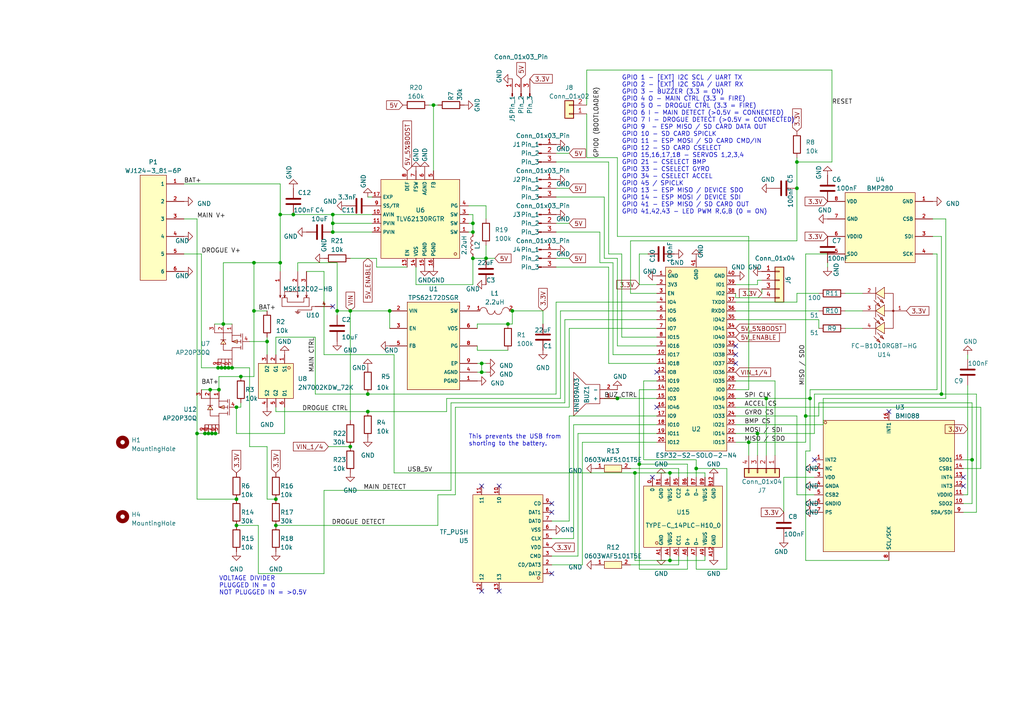
<source format=kicad_sch>
(kicad_sch (version 20230121) (generator eeschema)
  (paper "A4")
  (junction (at 137.16 67.31))
  (junction (at 137.16 74.93))
  (junction (at 57.15 125.73))
  (junction (at 97.79 90.17))
  (junction (at 234.95 115.57))
  (junction (at 63.246 106.68))
  (junction (at 139.7 107.95))
  (junction (at 64.262 106.68))
  (junction (at 69.85 109.22))
  (junction (at 81.28 76.2))
  (junction (at 67.31 106.68))
  (junction (at 96.52 64.77))
  (junction (at 62.484 125.73))
  (junction (at 113.03 90.17))
  (junction (at 66.294 106.68))
  (junction (at 81.28 62.23))
  (junction (at 63.5 113.03))
  (junction (at 68.58 152.4))
  (junction (at 222.25 115.57))
  (junction (at 201.93 135.89))
  (junction (at 184.15 137.16))
  (junction (at 68.58 118.11))
  (junction (at 61.468 125.73))
  (junction (at 233.68 120.65))
  (junction (at 60.96 113.03))
  (junction (at 85.09 62.23))
  (junction (at 60.452 125.73))
  (junction (at 148.59 90.17))
  (junction (at 137.16 64.77))
  (junction (at 147.32 93.98))
  (junction (at 219.71 125.73))
  (junction (at 281.94 133.35))
  (junction (at 139.7 105.41))
  (junction (at 64.77 93.98))
  (junction (at 179.07 115.57))
  (junction (at 59.436 125.73))
  (junction (at 194.31 137.16))
  (junction (at 80.01 144.78))
  (junction (at 77.47 99.06))
  (junction (at 231.14 54.61))
  (junction (at 80.01 152.4))
  (junction (at 106.68 119.38))
  (junction (at 96.52 62.23))
  (junction (at 140.97 74.93))
  (junction (at 185.42 134.62))
  (junction (at 101.6 129.54))
  (junction (at 194.31 162.56))
  (junction (at 273.05 114.3))
  (junction (at 68.58 144.78))
  (junction (at 101.6 90.17))
  (junction (at 96.52 67.31))
  (junction (at 231.14 46.99))
  (junction (at 106.68 114.3))
  (junction (at 73.66 90.17))
  (junction (at 73.66 76.2))
  (junction (at 217.17 128.27))
  (junction (at 65.278 106.68))
  (junction (at 125.73 30.48))
  (no_connect (at 189.23 138.43))
  (no_connect (at 279.4 138.43))
  (no_connect (at 279.4 140.97))
  (no_connect (at 160.02 146.05))
  (no_connect (at 213.36 100.33))
  (no_connect (at 139.7 171.45))
  (no_connect (at 190.5 118.11))
  (no_connect (at 213.36 102.87))
  (no_connect (at 160.02 166.37))
  (no_connect (at 236.22 133.35))
  (no_connect (at 190.5 107.95))
  (no_connect (at 144.78 171.45))
  (no_connect (at 213.36 105.41))
  (no_connect (at 139.7 140.97))
  (no_connect (at 144.78 140.97))
  (no_connect (at 96.52 88.9))
  (no_connect (at 160.02 148.59))
  (no_connect (at 257.81 119.38))
  (wire (pts (xy 179.07 115.57) (xy 190.5 115.57)))
  (wire (pts (xy 93.98 142.24) (xy 130.81 142.24)))
  (wire (pts (xy 194.31 162.56) (xy 184.15 162.56)))
  (wire (pts (xy 166.37 156.21) (xy 166.37 123.19)))
  (wire (pts (xy 233.68 130.81) (xy 233.68 162.56)))
  (wire (pts (xy 140.97 63.5) (xy 140.97 59.69)))
  (wire (pts (xy 165.1 118.11) (xy 165.1 95.25)))
  (wire (pts (xy 162.56 90.17) (xy 190.5 90.17)))
  (wire (pts (xy 231.14 46.99) (xy 231.14 54.61)))
  (wire (pts (xy 60.452 125.73) (xy 61.468 125.73)))
  (wire (pts (xy 186.69 110.49) (xy 186.69 133.35)))
  (wire (pts (xy 196.85 135.89) (xy 196.85 138.43)))
  (wire (pts (xy 138.43 101.6) (xy 138.43 100.33)))
  (wire (pts (xy 58.42 106.68) (xy 63.246 106.68)))
  (wire (pts (xy 74.93 166.37) (xy 74.93 152.4)))
  (wire (pts (xy 222.25 115.57) (xy 234.95 115.57)))
  (wire (pts (xy 161.29 77.47) (xy 176.53 77.47)))
  (wire (pts (xy 238.76 115.57) (xy 274.32 115.57)))
  (wire (pts (xy 175.26 115.57) (xy 179.07 115.57)))
  (wire (pts (xy 234.95 130.81) (xy 233.68 130.81)))
  (wire (pts (xy 220.98 86.36) (xy 213.36 86.36)))
  (wire (pts (xy 233.68 73.66) (xy 240.03 73.66)))
  (wire (pts (xy 170.18 33.02) (xy 170.18 45.72)))
  (wire (pts (xy 182.88 135.89) (xy 196.85 135.89)))
  (wire (pts (xy 236.22 114.3) (xy 273.05 114.3)))
  (wire (pts (xy 165.1 74.93) (xy 161.29 74.93)))
  (wire (pts (xy 66.294 106.68) (xy 67.31 106.68)))
  (wire (pts (xy 160.02 156.21) (xy 166.37 156.21)))
  (wire (pts (xy 273.05 68.58) (xy 270.51 68.58)))
  (wire (pts (xy 271.78 113.03) (xy 271.78 73.66)))
  (wire (pts (xy 64.262 106.68) (xy 65.278 106.68)))
  (wire (pts (xy 185.42 113.03) (xy 185.42 134.62)))
  (wire (pts (xy 241.3 20.32) (xy 241.3 46.99)))
  (wire (pts (xy 106.68 57.15) (xy 107.95 57.15)))
  (wire (pts (xy 86.36 78.74) (xy 86.36 76.2)))
  (wire (pts (xy 224.79 110.49) (xy 213.36 110.49)))
  (wire (pts (xy 236.22 114.3) (xy 236.22 125.73)))
  (wire (pts (xy 184.15 137.16) (xy 194.31 137.16)))
  (wire (pts (xy 217.17 128.27) (xy 217.17 132.08)))
  (wire (pts (xy 57.15 144.78) (xy 68.58 144.78)))
  (wire (pts (xy 139.7 105.41) (xy 138.43 105.41)))
  (wire (pts (xy 95.25 129.54) (xy 101.6 129.54)))
  (wire (pts (xy 167.64 161.29) (xy 167.64 125.73)))
  (wire (pts (xy 185.42 134.62) (xy 185.42 165.1)))
  (wire (pts (xy 201.93 133.35) (xy 201.93 135.89)))
  (wire (pts (xy 147.32 101.6) (xy 138.43 101.6)))
  (wire (pts (xy 190.5 113.03) (xy 185.42 113.03)))
  (wire (pts (xy 219.71 125.73) (xy 236.22 125.73)))
  (wire (pts (xy 280.67 102.87) (xy 280.67 104.14)))
  (wire (pts (xy 176.53 77.47) (xy 176.53 105.41)))
  (wire (pts (xy 165.1 95.25) (xy 190.5 95.25)))
  (wire (pts (xy 175.26 74.93) (xy 179.07 74.93)))
  (wire (pts (xy 219.71 81.28) (xy 220.98 81.28)))
  (wire (pts (xy 137.16 74.93) (xy 140.97 74.93)))
  (wire (pts (xy 130.81 142.24) (xy 130.81 116.84)))
  (wire (pts (xy 201.93 161.29) (xy 201.93 165.1)))
  (wire (pts (xy 170.18 30.48) (xy 170.18 20.32)))
  (wire (pts (xy 140.97 71.12) (xy 140.97 74.93)))
  (wire (pts (xy 204.47 138.43) (xy 204.47 137.16)))
  (wire (pts (xy 127 152.4) (xy 127 143.51)))
  (wire (pts (xy 160.02 151.13) (xy 165.1 151.13)))
  (wire (pts (xy 179.07 74.93) (xy 179.07 100.33)))
  (wire (pts (xy 64.77 93.98) (xy 67.31 93.98)))
  (wire (pts (xy 210.82 135.89) (xy 201.93 135.89)))
  (wire (pts (xy 80.01 118.11) (xy 80.01 119.38)))
  (wire (pts (xy 148.59 90.17) (xy 157.48 90.17)))
  (wire (pts (xy 162.56 115.57) (xy 129.54 115.57)))
  (wire (pts (xy 250.19 95.25) (xy 245.11 95.25)))
  (wire (pts (xy 109.22 77.47) (xy 118.11 77.47)))
  (wire (pts (xy 219.71 125.73) (xy 219.71 132.08)))
  (wire (pts (xy 227.33 148.59) (xy 227.33 138.43)))
  (wire (pts (xy 68.58 125.73) (xy 82.55 125.73)))
  (wire (pts (xy 270.51 63.5) (xy 274.32 63.5)))
  (wire (pts (xy 137.16 74.93) (xy 137.16 82.55)))
  (wire (pts (xy 62.484 125.73) (xy 63.5 125.73)))
  (wire (pts (xy 139.7 105.41) (xy 139.7 107.95)))
  (wire (pts (xy 279.4 135.89) (xy 284.48 135.89)))
  (wire (pts (xy 194.31 137.16) (xy 194.31 138.43)))
  (wire (pts (xy 204.47 137.16) (xy 194.31 137.16)))
  (wire (pts (xy 213.36 86.36) (xy 213.36 85.09)))
  (wire (pts (xy 91.44 97.79) (xy 91.44 114.3)))
  (wire (pts (xy 80.01 119.38) (xy 106.68 119.38)))
  (wire (pts (xy 177.8 76.2) (xy 173.99 76.2)))
  (wire (pts (xy 148.59 93.98) (xy 147.32 93.98)))
  (wire (pts (xy 80.01 97.79) (xy 91.44 97.79)))
  (wire (pts (xy 240.03 77.47) (xy 240.03 76.2)))
  (wire (pts (xy 175.26 57.15) (xy 175.26 74.93)))
  (wire (pts (xy 179.07 68.58) (xy 179.07 45.72)))
  (wire (pts (xy 210.82 165.1) (xy 210.82 135.89)))
  (wire (pts (xy 279.4 146.05) (xy 281.94 146.05)))
  (wire (pts (xy 227.33 138.43) (xy 236.22 138.43)))
  (wire (pts (xy 113.03 90.17) (xy 113.03 95.25)))
  (wire (pts (xy 68.58 118.11) (xy 68.58 125.73)))
  (wire (pts (xy 173.99 76.2) (xy 173.99 67.31)))
  (wire (pts (xy 64.77 76.2) (xy 73.66 76.2)))
  (wire (pts (xy 109.22 74.93) (xy 109.22 77.47)))
  (wire (pts (xy 91.44 114.3) (xy 106.68 114.3)))
  (wire (pts (xy 73.66 90.17) (xy 77.47 90.17)))
  (wire (pts (xy 233.68 73.66) (xy 233.68 120.65)))
  (wire (pts (xy 279.4 148.59) (xy 283.21 148.59)))
  (wire (pts (xy 257.81 162.56) (xy 233.68 162.56)))
  (wire (pts (xy 69.85 116.84) (xy 69.85 118.11)))
  (wire (pts (xy 220.98 83.82) (xy 220.98 85.09)))
  (wire (pts (xy 165.1 151.13) (xy 165.1 120.65)))
  (wire (pts (xy 62.23 93.98) (xy 64.77 93.98)))
  (wire (pts (xy 162.56 90.17) (xy 162.56 115.57)))
  (wire (pts (xy 182.88 163.83) (xy 196.85 163.83)))
  (wire (pts (xy 237.49 116.84) (xy 237.49 120.65)))
  (wire (pts (xy 279.4 143.51) (xy 280.67 143.51)))
  (wire (pts (xy 132.08 143.51) (xy 132.08 118.11)))
  (wire (pts (xy 281.94 146.05) (xy 281.94 133.35)))
  (wire (pts (xy 140.97 59.69) (xy 135.89 59.69)))
  (wire (pts (xy 237.49 120.65) (xy 233.68 120.65)))
  (wire (pts (xy 65.278 106.68) (xy 66.294 106.68)))
  (wire (pts (xy 97.79 90.17) (xy 97.79 91.44)))
  (wire (pts (xy 204.47 162.56) (xy 204.47 161.29)))
  (wire (pts (xy 96.52 67.31) (xy 96.52 64.77)))
  (wire (pts (xy 165.1 64.77) (xy 161.29 64.77)))
  (wire (pts (xy 231.14 87.63) (xy 213.36 87.63)))
  (wire (pts (xy 93.98 142.24) (xy 93.98 166.37)))
  (wire (pts (xy 120.65 77.47) (xy 120.65 82.55)))
  (wire (pts (xy 281.94 116.84) (xy 237.49 116.84)))
  (wire (pts (xy 58.42 73.66) (xy 58.42 106.68)))
  (wire (pts (xy 165.1 44.45) (xy 161.29 44.45)))
  (wire (pts (xy 217.17 128.27) (xy 233.68 128.27)))
  (wire (pts (xy 163.83 116.84) (xy 163.83 92.71)))
  (wire (pts (xy 97.79 90.17) (xy 101.6 90.17)))
  (wire (pts (xy 199.39 165.1) (xy 199.39 161.29)))
  (wire (pts (xy 74.93 152.4) (xy 68.58 152.4)))
  (wire (pts (xy 58.42 113.03) (xy 60.96 113.03)))
  (wire (pts (xy 271.78 73.66) (xy 270.51 73.66)))
  (wire (pts (xy 93.98 166.37) (xy 74.93 166.37)))
  (wire (pts (xy 161.29 57.15) (xy 175.26 57.15)))
  (wire (pts (xy 213.36 128.27) (xy 217.17 128.27)))
  (wire (pts (xy 93.98 78.74) (xy 88.9 78.74)))
  (wire (pts (xy 60.96 113.03) (xy 63.5 113.03)))
  (wire (pts (xy 222.25 115.57) (xy 222.25 132.08)))
  (wire (pts (xy 93.98 102.87) (xy 114.3 102.87)))
  (wire (pts (xy 81.28 76.2) (xy 81.28 78.74)))
  (wire (pts (xy 130.81 116.84) (xy 163.83 116.84)))
  (wire (pts (xy 180.34 73.66) (xy 176.53 73.66)))
  (wire (pts (xy 86.36 76.2) (xy 97.79 76.2)))
  (wire (pts (xy 82.55 125.73) (xy 82.55 118.11)))
  (wire (pts (xy 280.67 111.76) (xy 280.67 143.51)))
  (wire (pts (xy 233.68 128.27) (xy 233.68 120.65)))
  (wire (pts (xy 129.54 119.38) (xy 106.68 119.38)))
  (wire (pts (xy 168.91 128.27) (xy 190.5 128.27)))
  (wire (pts (xy 279.4 133.35) (xy 281.94 133.35)))
  (wire (pts (xy 53.34 73.66) (xy 58.42 73.66)))
  (wire (pts (xy 213.36 125.73) (xy 219.71 125.73)))
  (wire (pts (xy 273.05 114.3) (xy 273.05 68.58)))
  (wire (pts (xy 199.39 138.43) (xy 199.39 134.62)))
  (wire (pts (xy 182.88 69.85) (xy 231.14 69.85)))
  (wire (pts (xy 213.36 90.17) (xy 237.49 90.17)))
  (wire (pts (xy 77.47 144.78) (xy 80.01 144.78)))
  (wire (pts (xy 81.28 62.23) (xy 85.09 62.23)))
  (wire (pts (xy 234.95 113.03) (xy 271.78 113.03)))
  (wire (pts (xy 81.28 53.34) (xy 81.28 62.23)))
  (wire (pts (xy 250.19 90.17) (xy 245.11 90.17)))
  (wire (pts (xy 217.17 113.03) (xy 217.17 68.58)))
  (wire (pts (xy 194.31 161.29) (xy 194.31 162.56)))
  (wire (pts (xy 176.53 105.41) (xy 190.5 105.41)))
  (wire (pts (xy 213.36 120.65) (xy 231.14 120.65)))
  (wire (pts (xy 185.42 165.1) (xy 199.39 165.1)))
  (wire (pts (xy 85.09 62.23) (xy 96.52 62.23)))
  (wire (pts (xy 231.14 45.72) (xy 231.14 46.99)))
  (wire (pts (xy 129.54 115.57) (xy 129.54 119.38)))
  (wire (pts (xy 125.73 30.48) (xy 127 30.48)))
  (wire (pts (xy 140.97 105.41) (xy 139.7 105.41)))
  (wire (pts (xy 190.5 85.09) (xy 182.88 85.09)))
  (wire (pts (xy 132.08 118.11) (xy 165.1 118.11)))
  (wire (pts (xy 234.95 130.81) (xy 234.95 115.57)))
  (wire (pts (xy 69.85 118.11) (xy 68.58 118.11)))
  (wire (pts (xy 96.52 62.23) (xy 96.52 64.77)))
  (wire (pts (xy 135.89 67.31) (xy 137.16 67.31)))
  (wire (pts (xy 138.43 95.25) (xy 138.43 93.98)))
  (wire (pts (xy 250.19 85.09) (xy 245.11 85.09)))
  (wire (pts (xy 114.3 137.16) (xy 114.3 102.87)))
  (wire (pts (xy 219.71 81.28) (xy 219.71 82.55)))
  (wire (pts (xy 73.66 76.2) (xy 81.28 76.2)))
  (wire (pts (xy 140.97 107.95) (xy 139.7 107.95)))
  (wire (pts (xy 274.32 63.5) (xy 274.32 115.57)))
  (wire (pts (xy 231.14 85.09) (xy 231.14 87.63)))
  (wire (pts (xy 157.48 93.98) (xy 157.48 90.17)))
  (wire (pts (xy 161.29 87.63) (xy 161.29 114.3)))
  (wire (pts (xy 80.01 152.4) (xy 127 152.4)))
  (wire (pts (xy 72.39 106.68) (xy 72.39 129.54)))
  (wire (pts (xy 283.21 148.59) (xy 283.21 114.3)))
  (wire (pts (xy 140.97 74.93) (xy 143.51 74.93)))
  (wire (pts (xy 185.42 82.55) (xy 190.5 82.55)))
  (wire (pts (xy 161.29 87.63) (xy 190.5 87.63)))
  (wire (pts (xy 231.14 54.61) (xy 231.14 69.85)))
  (wire (pts (xy 57.15 63.5) (xy 57.15 125.73)))
  (wire (pts (xy 161.29 46.99) (xy 176.53 46.99)))
  (wire (pts (xy 93.98 102.87) (xy 93.98 78.74)))
  (wire (pts (xy 160.02 163.83) (xy 168.91 163.83)))
  (wire (pts (xy 96.52 64.77) (xy 107.95 64.77)))
  (wire (pts (xy 284.48 135.89) (xy 284.48 118.11)))
  (wire (pts (xy 187.96 73.66) (xy 185.42 73.66)))
  (wire (pts (xy 77.47 129.54) (xy 77.47 144.78)))
  (wire (pts (xy 127 143.51) (xy 132.08 143.51)))
  (wire (pts (xy 238.76 123.19) (xy 238.76 115.57)))
  (wire (pts (xy 273.05 114.3) (xy 283.21 114.3)))
  (wire (pts (xy 190.5 110.49) (xy 186.69 110.49)))
  (wire (pts (xy 179.07 100.33) (xy 190.5 100.33)))
  (wire (pts (xy 73.66 90.17) (xy 73.66 109.22)))
  (wire (pts (xy 234.95 115.57) (xy 234.95 113.03)))
  (wire (pts (xy 201.93 135.89) (xy 201.93 138.43)))
  (wire (pts (xy 137.16 62.23) (xy 135.89 62.23)))
  (wire (pts (xy 101.6 90.17) (xy 113.03 90.17)))
  (wire (pts (xy 114.3 137.16) (xy 184.15 137.16)))
  (wire (pts (xy 177.8 102.87) (xy 177.8 76.2)))
  (wire (pts (xy 81.28 62.23) (xy 81.28 76.2)))
  (wire (pts (xy 167.64 125.73) (xy 190.5 125.73)))
  (wire (pts (xy 63.246 106.68) (xy 64.262 106.68)))
  (wire (pts (xy 73.66 76.2) (xy 73.66 90.17)))
  (wire (pts (xy 77.47 99.06) (xy 77.47 102.87)))
  (wire (pts (xy 57.15 125.73) (xy 59.436 125.73)))
  (wire (pts (xy 194.31 162.56) (xy 204.47 162.56)))
  (wire (pts (xy 241.3 46.99) (xy 231.14 46.99)))
  (wire (pts (xy 217.17 68.58) (xy 179.07 68.58)))
  (wire (pts (xy 61.468 125.73) (xy 62.484 125.73)))
  (wire (pts (xy 170.18 45.72) (xy 179.07 45.72)))
  (wire (pts (xy 72.39 99.06) (xy 77.47 99.06)))
  (wire (pts (xy 170.18 20.32) (xy 241.3 20.32)))
  (wire (pts (xy 201.93 165.1) (xy 210.82 165.1)))
  (wire (pts (xy 219.71 82.55) (xy 213.36 82.55)))
  (wire (pts (xy 166.37 123.19) (xy 190.5 123.19)))
  (wire (pts (xy 63.5 109.22) (xy 63.5 113.03)))
  (wire (pts (xy 53.34 63.5) (xy 57.15 63.5)))
  (wire (pts (xy 237.49 85.09) (xy 231.14 85.09)))
  (wire (pts (xy 173.99 67.31) (xy 161.29 67.31)))
  (wire (pts (xy 67.31 106.68) (xy 72.39 106.68)))
  (wire (pts (xy 125.73 30.48) (xy 125.73 49.53)))
  (wire (pts (xy 180.34 97.79) (xy 180.34 73.66)))
  (wire (pts (xy 284.48 118.11) (xy 213.36 118.11)))
  (wire (pts (xy 213.36 115.57) (xy 222.25 115.57)))
  (wire (pts (xy 57.15 144.78) (xy 57.15 125.73)))
  (wire (pts (xy 64.77 76.2) (xy 64.77 93.98)))
  (wire (pts (xy 69.85 109.22) (xy 63.5 109.22)))
  (wire (pts (xy 176.53 73.66) (xy 176.53 46.99)))
  (wire (pts (xy 213.36 123.19) (xy 238.76 123.19)))
  (wire (pts (xy 80.01 102.87) (xy 80.01 97.79)))
  (wire (pts (xy 96.52 62.23) (xy 107.95 62.23)))
  (wire (pts (xy 163.83 92.71) (xy 190.5 92.71)))
  (wire (pts (xy 137.16 67.31) (xy 137.16 64.77)))
  (wire (pts (xy 165.1 54.61) (xy 161.29 54.61)))
  (wire (pts (xy 165.1 120.65) (xy 190.5 120.65)))
  (wire (pts (xy 196.85 163.83) (xy 196.85 161.29)))
  (wire (pts (xy 184.15 162.56) (xy 184.15 137.16)))
  (wire (pts (xy 120.65 82.55) (xy 137.16 82.55)))
  (wire (pts (xy 199.39 134.62) (xy 185.42 134.62)))
  (wire (pts (xy 139.7 107.95) (xy 138.43 107.95)))
  (wire (pts (xy 69.85 109.22) (xy 73.66 109.22)))
  (wire (pts (xy 213.36 113.03) (xy 217.17 113.03)))
  (wire (pts (xy 180.34 97.79) (xy 190.5 97.79)))
  (wire (pts (xy 53.34 53.34) (xy 81.28 53.34)))
  (wire (pts (xy 281.94 133.35) (xy 281.94 116.84)))
  (wire (pts (xy 160.02 161.29) (xy 167.64 161.29)))
  (wire (pts (xy 138.43 93.98) (xy 147.32 93.98)))
  (wire (pts (xy 224.79 132.08) (xy 224.79 110.49)))
  (wire (pts (xy 231.14 143.51) (xy 236.22 143.51)))
  (wire (pts (xy 59.436 125.73) (xy 60.452 125.73)))
  (wire (pts (xy 96.52 67.31) (xy 107.95 67.31)))
  (wire (pts (xy 237.49 92.71) (xy 237.49 95.25)))
  (wire (pts (xy 101.6 90.17) (xy 101.6 121.92)))
  (wire (pts (xy 101.6 74.93) (xy 109.22 74.93)))
  (wire (pts (xy 182.88 85.09) (xy 182.88 69.85)))
  (wire (pts (xy 177.8 102.87) (xy 190.5 102.87)))
  (wire (pts (xy 106.68 114.3) (xy 161.29 114.3)))
  (wire (pts (xy 124.46 30.48) (xy 125.73 30.48)))
  (wire (pts (xy 77.47 97.79) (xy 77.47 99.06)))
  (wire (pts (xy 97.79 76.2) (xy 97.79 90.17)))
  (wire (pts (xy 148.59 90.17) (xy 148.59 93.98)))
  (wire (pts (xy 186.69 133.35) (xy 201.93 133.35)))
  (wire (pts (xy 185.42 73.66) (xy 185.42 82.55)))
  (wire (pts (xy 72.39 129.54) (xy 77.47 129.54)))
  (wire (pts (xy 231.14 120.65) (xy 231.14 143.51)))
  (wire (pts (xy 213.36 92.71) (xy 237.49 92.71)))
  (wire (pts (xy 137.16 64.77) (xy 137.16 62.23)))
  (wire (pts (xy 135.89 64.77) (xy 137.16 64.77)))
  (wire (pts (xy 168.91 163.83) (xy 168.91 128.27)))
  (text "This prevents the USB from\nshorting to the battery." (at 135.89 129.54 0) (effects (font (size 1.27 1.27)) (justify left bottom)))
  (text "VOLTAGE DIVIDER\nPLUGGED IN = 0\nNOT PLUGGED IN = >0.5V" (at 63.5 172.72 0) (effects (font (size 1.27 1.27)) (justify left bottom)))
  (text "GPIO 1 - [EXT] I2C SCL / UART TX\nGPIO 2 - [EXT] I2C SDA / UART RX\nGPIO 3 - BUZZER (3.3 = ON)\nGPIO 4 O - MAIN CTRL (3.3 = FIRE)\nGPIO 5 O - DROGUE CTRL (3.3 = FIRE)\nGPIO 6 I - MAIN DETECT (>0.5V = CONNECTED)\nGPIO 7 I - DROGUE DETECT (>0.5V = CONNECTED)\nGPIO 9  - ESP MISO / SD CARD DATA OUT\nGPIO 10 - SD CARD SPICLK\nGPIO 11 - ESP MOSI / SD CARD CMD/IN\nGPIO 12 - SD CARD CSELECT\nGPIO 15,16,17,18 - SERVOS 1,2,3,4\nGPIO 21 - CSELECT BMP\nGPIO 33 - CSELECT GYRO\nGPIO 34 - CSELECT ACCEL\nGPIO 45 / SPICLK\nGPIO 13 - ESP MISO / DEVICE SDO\nGPIO 14 - ESP MOSI / DEVICE SDI\nGPIO 41 - ESP MISO / SD CARD OUT\nGPIO 41,42,43 - LED PWM R,G,B (0 = ON)\n" (at 180.34 62.23 0) (effects (font (size 1.27 1.27)) (justify left bottom)))
  (label "MOSI {slash} SDI" (at 215.9 125.73 0))
  (label "DROGUE CTRL" (at 87.63 119.38 0))
  (label "RESET" (at 241.3 30.48 0))
  (label "MAIN V+" (at 57.15 63.5 0))
  (label "MISO {slash} SDO" (at 215.9 128.27 0))
  (label "BAT+" (at 53.34 53.34 0))
  (label "BMP CS" (at 215.9 123.19 0))
  (label "BAT+" (at 63.5 111.76 180))
  (label "USB_5V" (at 118.11 137.16 0))
  (label "MAIN CTRL" (at 91.44 97.79 270))
  (label "BUZ_CTRL" (at 175.26 115.57 0))
  (label "DROGUE DETECT" (at 111.76 152.4 180))
  (label "ACCEL CS" (at 215.9 118.11 0))
  (label "GYRO CS" (at 215.9 120.65 0))
  (label "MAIN DETECT" (at 105.41 142.24 0))
  (label "SPI CLK" (at 215.9 115.57 0))
  (label "GPIO0 (BOOTLOADER)" (at 173.99 45.72 90))
  (label "MISO {slash} SDO" (at 233.68 111.76 90))
  (label "BAT+" (at 74.93 90.17 0))
  (label "DROGUE V+" (at 58.42 73.66 0))
  (global_label "5V_ENABLE" (shape input) (at 106.68 74.93 270) (property "Intersheetrefs" "${INTERSHEET_REFS}" (effects hide)))
  (global_label "3.3V" (shape input) (at 262.89 90.17 0) (property "Intersheetrefs" "${INTERSHEET_REFS}" (effects hide)))
  (global_label "3.3V" (shape input) (at 231.14 38.1 90) (property "Intersheetrefs" "${INTERSHEET_REFS}" (effects hide)))
  (global_label "5V_ENABLE" (shape input) (at 213.36 97.79 0) (property "Intersheetrefs" "${INTERSHEET_REFS}" (effects hide)))
  (global_label "3.3V" (shape input) (at 240.03 58.42 180) (property "Intersheetrefs" "${INTERSHEET_REFS}" (effects hide)))
  (global_label "3.3V" (shape input) (at 153.67 22.86 0) (property "Intersheetrefs" "${INTERSHEET_REFS}" (effects hide)))
  (global_label "5V" (shape input) (at 143.51 74.93 0) (property "Intersheetrefs" "${INTERSHEET_REFS}" (effects hide)))
  (global_label "5V" (shape input) (at 151.13 22.86 90) (property "Intersheetrefs" "${INTERSHEET_REFS}" (effects hide)))
  (global_label "5V" (shape input) (at 165.1 74.93 0) (property "Intersheetrefs" "${INTERSHEET_REFS}" (effects hide)))
  (global_label "3.3V" (shape input) (at 240.03 68.58 180) (property "Intersheetrefs" "${INTERSHEET_REFS}" (effects hide)))
  (global_label "5V" (shape input) (at 165.1 54.61 0) (property "Intersheetrefs" "${INTERSHEET_REFS}" (effects hide)))
  (global_label "3.3V" (shape input) (at 160.02 158.75 0) (property "Intersheetrefs" "${INTERSHEET_REFS}" (effects hide)))
  (global_label "5V_5%BOOST" (shape input) (at 118.11 49.53 90) (property "Intersheetrefs" "${INTERSHEET_REFS}" (effects hide)))
  (global_label "VIN_1{slash}4" (shape input) (at 213.36 107.95 0) (property "Intersheetrefs" "${INTERSHEET_REFS}" (effects hide)))
  (global_label "5V" (shape input) (at 116.84 30.48 180) (property "Intersheetrefs" "${INTERSHEET_REFS}" (effects hide)))
  (global_label "3.3V" (shape input) (at 280.67 124.46 180) (property "Intersheetrefs" "${INTERSHEET_REFS}" (effects hide)))
  (global_label "5V" (shape input) (at 165.1 64.77 0) (property "Intersheetrefs" "${INTERSHEET_REFS}" (effects hide)))
  (global_label "3.3V" (shape input) (at 185.42 82.55 180) (property "Intersheetrefs" "${INTERSHEET_REFS}" (effects hide)))
  (global_label "3.3V" (shape input) (at 220.98 85.09 180) (property "Intersheetrefs" "${INTERSHEET_REFS}" (effects hide)))
  (global_label "3.3V" (shape input) (at 227.33 148.59 180) (property "Intersheetrefs" "${INTERSHEET_REFS}" (effects hide)))
  (global_label "3.3V" (shape input) (at 68.58 137.16 90) (property "Intersheetrefs" "${INTERSHEET_REFS}" (effects hide)))
  (global_label "3.3V" (shape input) (at 80.01 137.16 90) (property "Intersheetrefs" "${INTERSHEET_REFS}" (effects hide)))
  (global_label "5V_5%BOOST" (shape input) (at 213.36 95.25 0) (property "Intersheetrefs" "${INTERSHEET_REFS}" (effects hide)))
  (global_label "VIN" (shape input) (at 101.6 90.17 90) (property "Intersheetrefs" "${INTERSHEET_REFS}" (effects hide)))
  (global_label "3.3V" (shape input) (at 157.48 90.17 90) (property "Intersheetrefs" "${INTERSHEET_REFS}" (effects hide)))
  (global_label "5V" (shape input) (at 165.1 44.45 0) (property "Intersheetrefs" "${INTERSHEET_REFS}" (effects hide)))
  (global_label "VIN_1{slash}4" (shape input) (at 95.25 129.54 180) (property "Intersheetrefs" "${INTERSHEET_REFS}" (effects hide)))
  (symbol (lib_id "power:GND") (at 213.36 80.01 90) (unit 1)
    (property "Reference" "#PWR010" (effects hide))
    (property "Value" "GND" (at 212.09 77.47 90) (effects (justify right)))
  )
  (symbol (lib_id "power:GND") (at 80.01 160.02 0) (unit 1)
    (property "Reference" "#PWR049" (effects hide))
    (property "Value" "GND" (at 80.01 165.1 0))
  )
  (symbol (lib_id "Connector:Conn_01x03_Pin") (at 156.21 74.93 0) (unit 1)
    (property "Reference" "J4" (at 149.86 72.39 0))
    (property "Value" "Conn_01x03_Pin" (at 157.48 69.85 0))
    (property "Footprint" "Connector_PinHeader_2.54mm:PinHeader_1x03_P2.54mm_Vertical" (effects hide))
  )
  (symbol (lib_id "power:GND") (at 53.34 58.42 90) (unit 1)
    (property "Reference" "#PWR02" (effects hide))
    (property "Value" "GND" (at 57.15 59.055 90) (effects (justify right)))
  )
  (symbol (lib_id "polaris-sym:TLV62130RGTR") (at 121.92 63.5 180) (unit 1)
    (property "Reference" "U6" (at 121.92 60.96 0))
    (property "Value" "TLV62130RGTR" (at 121.92 63.5 0))
    (property "Footprint" "polaris-fp:QFN-16_L3.0-W3.0-P0.50-TL-EP" (effects hide))
    (property "Datasheet" "https://item.szlcsc.com/58158.html" (effects hide))
    (property "LCSC" "C122479" (effects hide))
  )
  (symbol (lib_id "power:GND") (at 223.52 54.61 270) (unit 1)
    (property "Reference" "#PWR025" (effects hide))
    (property "Value" "GND" (at 224.79 52.07 90) (effects (justify right)))
  )
  (symbol (lib_id "power:GND") (at 236.22 148.59 270) (unit 1)
    (property "Reference" "#PWR032" (effects hide))
    (property "Value" "GND" (at 237.49 148.59 90) (effects (justify right)))
  )
  (symbol (lib_id "power:GND") (at 106.68 106.68 180) (unit 1)
    (property "Reference" "#PWR023" (effects hide))
    (property "Value" "GND" (at 104.14 106.68 0))
  )
  (symbol (lib_id "power:GND") (at 123.19 77.47 0) (unit 1)
    (property "Reference" "#PWR04" (effects hide))
    (property "Value" "GND" (at 123.19 81.28 0))
  )
  (symbol (lib_id "power:GND") (at 207.01 161.29 0) (unit 1)
    (property "Reference" "#PWR044" (effects hide))
    (property "Value" "GND" (at 207.01 166.37 0))
  )
  (symbol (lib_id "Device:R") (at 140.97 67.31 0) (unit 1)
    (property "Reference" "R19" (at 143.51 66.675 0) (effects (justify left)))
    (property "Value" "100k" (at 143.51 69.215 0) (effects (justify left)))
    (property "Footprint" "Resistor_SMD:R_0603_1608Metric" (effects hide))
  )
  (symbol (lib_id "power:GND") (at 240.03 63.5 270) (unit 1)
    (property "Reference" "#PWR06" (effects hide))
    (property "Value" "GND" (at 241.3 60.96 90) (effects (justify right)))
  )
  (symbol (lib_id "power:GND") (at 53.34 68.58 90) (unit 1)
    (property "Reference" "#PWR01" (effects hide))
    (property "Value" "GND" (at 50.8 69.85 90) (effects (justify right)))
  )
  (symbol (lib_id "Connector_Generic:Conn_01x04") (at 226.06 81.28 0) (unit 1)
    (property "Reference" "J6" (at 228.6 81.28 90))
    (property "Value" "Conn_01x04" (at 224.79 74.93 0))
    (property "Footprint" "Connector_PinHeader_2.54mm:PinHeader_1x04_P2.54mm_Vertical" (effects hide))
  )
  (symbol (lib_id "Device:C") (at 191.77 73.66 90) (unit 1)
    (property "Reference" "C10" (at 189.23 76.2 0) (effects (justify left)))
    (property "Value" "100nF" (at 194.31 76.2 0) (effects (justify left)))
    (property "Footprint" "Capacitor_SMD:C_0402_1005Metric" (effects hide))
  )
  (symbol (lib_id "polaris-sym:BMI088") (at 257.81 140.97 0) (unit 1)
    (property "Reference" "U3" (at 259.6309 118.11 0) (effects (justify left)))
    (property "Value" "BMI088" (at 259.6309 120.65 0) (effects (justify left)))
    (property "Footprint" "polaris-fp:LGA-16_L4.5-W3.0-P0.50-BL" (effects hide))
    (property "Datasheet" "https://item.szlcsc.com/202245.html" (effects hide))
    (property "LCSC" "C194919" (effects hide))
  )
  (symbol (lib_id "power:GND") (at 101.6 137.16 0) (unit 1)
    (property "Reference" "#PWR050" (effects hide))
    (property "Value" "GND" (at 101.6 142.24 0))
  )
  (symbol (lib_id "power:GND") (at 236.22 140.97 270) (unit 1)
    (property "Reference" "#PWR09" (effects hide))
    (property "Value" "GND" (at 237.49 140.97 90) (effects (justify right)))
  )
  (symbol (lib_id "power:GND") (at 270.51 58.42 90) (unit 1)
    (property "Reference" "#PWR07" (effects hide))
    (property "Value" "GND" (at 274.32 59.055 90) (effects (justify right)))
  )
  (symbol (lib_id "power:GND") (at 100.33 59.69 270) (unit 1)
    (property "Reference" "#PWR055" (effects hide))
    (property "Value" "GND" (at 97.79 58.42 90) (effects (justify right)))
  )
  (symbol (lib_id "Device:R") (at 241.3 95.25 270) (unit 1)
    (property "Reference" "R9" (at 241.3 95.25 90))
    (property "Value" "51" (at 236.22 96.52 90))
    (property "Footprint" "Resistor_SMD:R_0603_1608Metric" (effects hide))
  )
  (symbol (lib_id "power:GND") (at 172.72 163.83 270) (unit 1)
    (property "Reference" "#PWR045" (effects hide))
    (property "Value" "GND" (at 168.91 164.465 90) (effects (justify right)))
  )
  (symbol (lib_id "power:GND") (at 191.77 161.29 0) (unit 1)
    (property "Reference" "#PWR041" (effects hide))
    (property "Value" "GND" (at 191.77 166.37 0))
  )
  (symbol (lib_id "power:GND") (at 85.09 54.61 180) (unit 1)
    (property "Reference" "#PWR056" (effects hide))
    (property "Value" "GND" (at 83.82 52.07 90) (effects (justify right)))
  )
  (symbol (lib_id "polaris-sym:ESP32-S2-SOLO-2-N4") (at 201.93 104.14 0) (unit 1)
    (property "Reference" "U2" (at 201.93 124.46 0))
    (property "Value" "ESP32-S2-SOLO-2-N4" (at 201.93 132.08 0))
    (property "Footprint" "polaris-fp:WIRELM-SMD_ESP32-S3-WROOM-1" (effects hide))
    (property "Datasheet" "https://www.mouser.cn/datasheet/2/891/Espressif_ESP32_S3_WROOM_1_1U_Preliminary-2530171.pdf" (effects hide))
    (property "LCSC" "C3040594" (effects hide))
  )
  (symbol (lib_id "power:GND") (at 68.58 160.02 0) (unit 1)
    (property "Reference" "#PWR048" (effects hide))
    (property "Value" "GND" (at 68.58 165.1 0))
  )
  (symbol (lib_id "Device:C") (at 92.71 67.31 270) (unit 1)
    (property "Reference" "C4" (at 92.71 60.96 90))
    (property "Value" "10uF" (at 92.71 63.5 90))
    (property "Footprint" "Capacitor_SMD:C_0805_2012Metric" (effects hide))
  )
  (symbol (lib_id "power:GND") (at 236.22 135.89 270) (unit 1)
    (property "Reference" "#PWR029" (effects hide))
    (property "Value" "GND" (at 237.49 135.89 90) (effects (justify right)))
  )
  (symbol (lib_id "Device:R") (at 101.6 133.35 0) (unit 1)
    (property "Reference" "R23" (at 96.52 133.35 0) (effects (justify left)))
    (property "Value" "10k" (at 96.52 135.89 0) (effects (justify left)))
    (property "Footprint" "Resistor_SMD:R_0603_1608Metric" (effects hide))
  )
  (symbol (lib_id "power:GND") (at 97.79 99.06 0) (unit 1)
    (property "Reference" "#PWR016" (effects hide))
    (property "Value" "GND" (at 101.6 101.6 0))
  )
  (symbol (lib_id "power:GND") (at 191.77 138.43 180) (unit 1)
    (property "Reference" "#PWR043" (effects hide))
    (property "Value" "GND" (at 191.77 134.62 0))
  )
  (symbol (lib_id "Mechanical:MountingHole") (at 35.56 128.27 0) (unit 1)
    (property "Reference" "H1" (at 38.1 127.635 0) (effects (justify left)))
    (property "Value" "MountingHole" (at 38.1 130.175 0) (effects (justify left)))
    (property "Footprint" "MountingHole:MountingHole_3.2mm_M3_Pad" (effects hide))
  )
  (symbol (lib_id "polaris-sym:FC-B1010RGBT-HG") (at 255.27 90.17 180) (unit 1)
    (property "Reference" "U14" (at 256.413 102.87 0))
    (property "Value" "FC-B1010RGBT-HG" (at 256.413 100.33 0))
    (property "Footprint" "polaris-fp:LED-ARRAY-SMD_4P-L1.0-W1.0-TR-RD" (effects hide))
    (property "Datasheet" "https://item.szlcsc.com/169447.html" (effects hide))
    (property "LCSC" "C158099" (effects hide))
  )
  (symbol (lib_id "Connector:Conn_01x03_Pin") (at 151.13 27.94 90) (unit 1)
    (property "Reference" "J5" (at 148.59 34.29 0))
    (property "Value" "Conn_01x03_Pin" (at 151.13 16.51 90))
    (property "Footprint" "Connector_PinHeader_2.54mm:PinHeader_1x03_P2.54mm_Vertical" (effects hide))
  )
  (symbol (lib_id "Connector:Conn_01x03_Pin") (at 156.21 54.61 0) (unit 1)
    (property "Reference" "J2" (at 149.86 52.07 0))
    (property "Value" "Conn_01x03_Pin" (at 157.48 49.53 0))
    (property "Footprint" "Connector_PinHeader_2.54mm:PinHeader_1x03_P2.54mm_Vertical" (effects hide))
  )
  (symbol (lib_id "Device:C") (at 240.03 72.39 0) (unit 1)
    (property "Reference" "C7" (at 241.3 69.85 0) (effects (justify left)))
    (property "Value" "100nF" (at 240.03 74.93 0) (effects (justify left)))
    (property "Footprint" "Capacitor_SMD:C_0402_1005Metric" (effects hide))
  )
  (symbol (lib_id "polaris-sym:WJ124-3_81-6P") (at 48.26 66.04 0) (unit 1)
    (property "Reference" "P1" (at 44.45 46.99 0))
    (property "Value" "WJ124-3_81-6P" (at 44.45 49.53 0))
    (property "Footprint" "polaris-fp:CONN-TH_6P-P3.81_WJ124-3.81-6P" (effects hide))
    (property "Datasheet" "https://item.szlcsc.com/70904.html" (effects hide))
    (property "LCSC" "C69810" (effects hide))
  )
  (symbol (lib_id "power:GND") (at 161.29 72.39 90) (unit 1)
    (property "Reference" "#PWR037" (effects hide))
    (property "Value" "GND" (at 161.29 73.66 90) (effects (justify right)))
  )
  (symbol (lib_id "power:GND") (at 195.58 73.66 90) (unit 1)
    (property "Reference" "#PWR047" (effects hide))
    (property "Value" "GND" (at 194.31 76.2 90) (effects (justify right)))
  )
  (symbol (lib_id "Device:R") (at 80.01 140.97 0) (unit 1)
    (property "Reference" "R16" (at 81.28 140.97 0) (effects (justify left)))
    (property "Value" "10k" (at 81.28 143.51 0) (effects (justify left)))
    (property "Footprint" "Resistor_SMD:R_0603_1608Metric" (effects hide))
  )
  (symbol (lib_id "Connector_Generic:Conn_01x02") (at 165.1 33.02 180) (unit 1) (in_bom no)
    (property "Reference" "J8" (at 165.1 25.4 0))
    (property "Value" "Conn_01x02" (at 165.1 27.94 0))
    (property "Footprint" "Connector_PinHeader_2.54mm:PinHeader_1x02_P2.54mm_Vertical" (effects hide))
  )
  (symbol (lib_id "Connector:Conn_01x03_Pin") (at 156.21 64.77 0) (unit 1)
    (property "Reference" "J3" (at 149.86 62.23 0))
    (property "Value" "Conn_01x03_Pin" (at 157.48 59.69 0))
    (property "Footprint" "Connector_PinHeader_2.54mm:PinHeader_1x03_P2.54mm_Vertical" (effects hide))
  )
  (symbol (lib_id "Device:R") (at 120.65 30.48 90) (unit 1)
    (property "Reference" "R20" (at 120.65 25.4 90))
    (property "Value" "160k" (at 120.65 27.94 90))
    (property "Footprint" "Resistor_SMD:R_0603_1608Metric" (effects hide))
  )
  (symbol (lib_id "power:GND") (at 120.65 49.53 180) (unit 1)
    (property "Reference" "#PWR053" (effects hide))
    (property "Value" "GND" (at 120.65 46.99 90) (effects (justify right)))
  )
  (symbol (lib_id "Device:C") (at 104.14 59.69 90) (unit 1)
    (property "Reference" "C11" (at 101.0118 60.9648 90))
    (property "Value" "3.3nF" (at 100.6931 57.204 90))
    (property "Footprint" "Capacitor_SMD:C_0402_1005Metric" (effects hide))
  )
  (symbol (lib_id "polaris-sym:BMP280") (at 255.27 66.04 0) (unit 1)
    (property "Reference" "U4" (at 255.27 52.07 0))
    (property "Value" "BMP280" (at 255.27 54.61 0))
    (property "Footprint" "polaris-fp:LGA-8_L2.5-W2.0-P0.65_AMP6127" (effects hide))
    (property "Datasheet" "https://cn.bing.com/search?q=datasheet%3A+%20AMP6127" (effects hide))
    (property "LCSC" "C83291" (effects hide))
  )
  (symbol (lib_id "power:GND") (at 157.48 101.6 0) (unit 1)
    (property "Reference" "#PWR017" (effects hide))
    (property "Value" "GND" (at 157.48 106.68 0))
  )
  (symbol (lib_id "power:GND") (at 280.67 102.87 180) (unit 1)
    (property "Reference" "#PWR031" (effects hide))
    (property "Value" "GND" (at 279.4 99.06 0) (effects (justify right)))
  )
  (symbol (lib_id "power:GND") (at 172.72 135.89 270) (unit 1)
    (property "Reference" "#PWR046" (effects hide))
    (property "Value" "GND" (at 168.91 136.525 90) (effects (justify right)))
  )
  (symbol (lib_id "power:GND") (at 240.03 77.47 0) (unit 1)
    (property "Reference" "#PWR028" (effects hide))
    (property "Value" "GND" (at 242.57 76.2 90) (effects (justify right)))
  )
  (symbol (lib_id "Device:R") (at 68.58 156.21 0) (unit 1)
    (property "Reference" "R15" (at 69.85 156.21 0) (effects (justify left)))
    (property "Value" "10k" (at 69.85 158.75 0) (effects (justify left)))
    (property "Footprint" "Resistor_SMD:R_0603_1608Metric" (effects hide))
  )
  (symbol (lib_id "Device:R") (at 101.6 125.73 0) (unit 1)
    (property "Reference" "R22" (at 96.52 125.73 0) (effects (justify left)))
    (property "Value" "30k" (at 96.52 128.27 0) (effects (justify left)))
    (property "Footprint" "Resistor_SMD:R_0603_1608Metric" (effects hide))
  )
  (symbol (lib_id "Device:R") (at 231.14 41.91 180) (unit 1)
    (property "Reference" "R8" (at 233.68 41.275 0) (effects (justify right)))
    (property "Value" "10k" (at 233.68 43.815 0) (effects (justify right)))
    (property "Footprint" "Resistor_SMD:R_0603_1608Metric" (effects hide))
  )
  (symbol (lib_id "Device:C") (at 97.79 95.25 0) (unit 1)
    (property "Reference" "C2" (at 99.06 92.71 0) (effects (justify left)))
    (property "Value" "10uF" (at 99.06 97.79 0) (effects (justify left)))
    (property "Footprint" "Capacitor_SMD:C_0805_2012Metric" (effects hide))
  )
  (symbol (lib_id "Device:R") (at 68.58 148.59 0) (unit 1)
    (property "Reference" "R14" (at 69.85 148.59 0) (effects (justify left)))
    (property "Value" "30k" (at 69.85 151.13 0) (effects (justify left)))
    (property "Footprint" "Resistor_SMD:R_0603_1608Metric" (effects hide))
  )
  (symbol (lib_id "Device:R") (at 97.79 74.93 90) (unit 1)
    (property "Reference" "R21" (at 97.79 69.85 90))
    (property "Value" "10k" (at 97.79 72.39 90))
    (property "Footprint" "Resistor_SMD:R_0603_1608Metric" (effects hide))
  )
  (symbol (lib_id "power:GND") (at 82.55 102.87 180) (unit 1)
    (property "Reference" "#PWR022" (effects hide))
    (property "Value" "GND" (at 82.55 99.06 0))
  )
  (symbol (lib_id "polaris-sym:0603WAF5101T5E") (at 177.8 135.89 0) (unit 1)
    (property "Reference" "R13" (at 177.8 130.81 0))
    (property "Value" "0603WAF5101T5E" (at 177.8 133.35 0))
    (property "Footprint" "polaris-fp:R0603" (effects hide))
    (property "Datasheet" "https://www.mouser.in/datasheet/2/447/PYu_RT_1_to_0_01_RoHS_L_11-1669912.pdf" (effects hide))
    (property "LCSC" "C23186" (effects hide))
    (property "Resistance" "5.1kΩ" (effects hide))
  )
  (symbol (lib_id "Device:R") (at 106.68 123.19 0) (unit 1)
    (property "Reference" "R4" (at 109.22 122.555 0) (effects (justify left)))
    (property "Value" "10k" (at 109.22 125.095 0) (effects (justify left)))
    (property "Footprint" "Resistor_SMD:R_0603_1608Metric" (effects hide))
  )
  (symbol (lib_id "polaris-sym:MSK12C02-HB") (at 83.82 88.9 0) (unit 1)
    (property "Reference" "U10" (at 92.71 91.44 0) (effects (justify right)))
    (property "Value" "MSK12C02-HB" (at 96.52 83.82 0) (effects (justify right)))
    (property "Footprint" "polaris-fp:SW-TH_MSK12C02-HB-1" (effects hide))
    (property "Datasheet" "https://atta.szlcsc.com/upload/public/pdf/source/20190925/C431541_43A76A06FD86AD8E3069A6BFECE3ABC5.pdf" (effects hide))
    (property "LCSC" "C431541" (effects hide))
  )
  (symbol (lib_id "Device:C") (at 140.97 78.74 0) (unit 1)
    (property "Reference" "C3" (at 140.97 81.28 0) (effects (justify left)))
    (property "Value" "22uF" (at 138.43 76.2 0) (effects (justify left)))
    (property "Footprint" "Capacitor_SMD:C_0603_1608Metric" (effects hide))
  )
  (symbol (lib_id "Device:C") (at 227.33 152.4 0) (unit 1)
    (property "Reference" "C8" (at 228.6 149.86 0) (effects (justify left)))
    (property "Value" "100nF" (at 227.33 154.94 0) (effects (justify left)))
    (property "Footprint" "Capacitor_SMD:C_0402_1005Metric" (effects hide))
  )
  (symbol (lib_id "Device:R") (at 147.32 97.79 0) (unit 1)
    (property "Reference" "R1" (at 149.86 97.155 0) (effects (justify left)))
    (property "Value" "100k" (at 149.86 99.695 0) (effects (justify left)))
    (property "Footprint" "Resistor_SMD:R_0603_1608Metric" (effects hide))
  )
  (symbol (lib_id "power:GND") (at 140.97 105.41 90) (unit 1)
    (property "Reference" "#PWR015" (effects hide))
    (property "Value" "GND" (at 144.78 106.045 90) (effects (justify right)))
  )
  (symbol (lib_id "polaris-sym:TYPE-C_14PLC-H10_0") (at 198.12 149.86 90) (unit 1)
    (property "Reference" "U15" (at 196.165 148.5535 90) (effects (justify right)))
    (property "Value" "TYPE-C_14PLC-H10_0" (at 187.1728 152.3929 90) (effects (justify right)))
    (property "Footprint" "polaris-fp:USB-C-TH_SHOUHAN_TYPE-C-14PLC-H10.0" (effects hide))
    (property "Datasheet" "https://atta.szlcsc.com/upload/public/pdf/source/20220627/CFB3153B5198106DD3F3B6B367CF40F3.pdf" (effects hide))
    (property "LCSC" "C3151746" (effects hide))
  )
  (symbol (lib_id "Device:R") (at 130.81 30.48 90) (unit 1)
    (property "Reference" "R7" (at 130.81 29.21 0) (effects (justify left)))
    (property "Value" "30k" (at 133.35 29.21 0) (effects (justify left)))
    (property "Footprint" "Resistor_SMD:R_0603_1608Metric" (effects hide))
  )
  (symbol (lib_id "polaris-sym:TF_PUSH") (at 149.86 156.21 180) (unit 1)
    (property "Reference" "U5" (at 135.89 156.845 0) (effects (justify left)))
    (property "Value" "TF_PUSH" (at 135.89 154.305 0) (effects (justify left)))
    (property "Footprint" "polaris-fp:TF-SMD_TF-PUSH" (effects hide))
    (property "Datasheet" "https://item.szlcsc.com/372553.html" (effects hide))
    (property "LCSC" "C393941" (effects hide))
  )
  (symbol (lib_id "Device:R") (at 106.68 110.49 0) (unit 1)
    (property "Reference" "R5" (at 110.49 109.22 0) (effects (justify left)))
    (property "Value" "10k" (at 109.22 112.395 0) (effects (justify left)))
    (property "Footprint" "Resistor_SMD:R_0603_1608Metric" (effects hide))
  )
  (symbol (lib_id "polaris-sym:TPS62172DSGR") (at 125.73 100.33 0) (unit 1)
    (property "Reference" "U1" (at 125.73 83.82 0))
    (property "Value" "TPS62172DSGR" (at 125.73 86.36 0))
    (property "Footprint" "polaris-fp:WSON-8_L2.0-W2.0-P0.50-TL-EP" (effects hide))
    (property "Datasheet" "https://www.ti.com/cn/lit/ds/symlink/tps61021a.pdf?ts=1620961904170" (effects hide))
    (property "LCSC" "C59873" (effects hide))
  )
  (symbol (lib_id "polaris-sym:2N7002KDW_72K") (at 80.01 110.49 270) (unit 1)
    (property "Reference" "U8" (at 86.36 109.855 90) (effects (justify left)))
    (property "Value" "2N7002KDW_72K" (at 86.36 112.395 90) (effects (justify left)))
    (property "Footprint" "polaris-fp:SOT-363_L2.1-W1.3-P0.65-LS2.3-BL" (effects hide))
    (property "Datasheet" "https://atta.szlcsc.com/upload/public/pdf/source/20201222/C968097_8CE85012EDEDFE3141661B63FCE24852.pdf" (effects hide))
    (property "LCSC" "C2919800" (effects hide))
  )
  (symbol (lib_id "power:GND") (at 236.22 146.05 270) (unit 1)
    (property "Reference" "#PWR08" (effects hide))
    (property "Value" "GND" (at 237.49 146.05 90) (effects (justify right)))
  )
  (symbol (lib_name "Conn_01x04_1") (lib_id "Connector_Generic:Conn_01x04") (at 222.25 137.16 270) (unit 1)
    (property "Reference" "J7" (at 220.98 142.24 90))
    (property "Value" "Conn_01x04" (at 220.98 139.7 90))
    (property "Footprint" "Connector_PinHeader_2.54mm:PinHeader_1x04_P2.54mm_Vertical" (effects hide))
  )
  (symbol (lib_id "Device:C") (at 240.03 54.61 180) (unit 1)
    (property "Reference" "C6" (at 241.3 52.07 0) (effects (justify right)))
    (property "Value" "100nF" (at 242.57 54.61 0) (effects (justify right)))
    (property "Footprint" "Capacitor_SMD:C_0402_1005Metric" (effects hide))
  )
  (symbol (lib_id "power:GND") (at 140.97 82.55 270) (unit 1)
    (property "Reference" "#PWR051" (effects hide))
    (property "Value" "GND" (at 137.16 83.82 90))
  )
  (symbol (lib_id "power:GND") (at 179.07 113.03 180) (unit 1)
    (property "Reference" "#PWR026" (effects hide))
    (property "Value" "GND" (at 177.8 109.22 0) (effects (justify right)))
  )
  (symbol (lib_id "polaris-sym:SWPA3015S2R2MT") (at 143.51 90.17 0) (unit 1)
    (property "Reference" "L1" (at 143.51 85.09 0))
    (property "Value" "2.2uH" (at 143.51 87.63 0))
    (property "Footprint" "polaris-fp:IND-SMD_L3.0-W3.0" (effects hide))
    (property "Datasheet" "https://item.szlcsc.com/87252.html" (effects hide))
    (property "LCSC" "C43389" (effects hide))
    (property "Inductance" "2.2uH" (effects hide))
  )
  (symbol (lib_id "power:GND") (at 161.29 41.91 90) (unit 1)
    (property "Reference" "#PWR034" (effects hide))
    (property "Value" "GND" (at 161.29 43.18 90) (effects (justify right)))
  )
  (symbol (lib_id "power:GND") (at 161.29 52.07 90) (unit 1)
    (property "Reference" "#PWR035" (effects hide))
    (property "Value" "GND" (at 161.29 53.34 90) (effects (justify right)))
  )
  (symbol (lib_id "Device:R") (at 68.58 140.97 0) (unit 1)
    (property "Reference" "R6" (at 69.85 140.97 0) (effects (justify left)))
    (property "Value" "10k" (at 69.85 143.51 0) (effects (justify left)))
    (property "Footprint" "Resistor_SMD:R_0603_1608Metric" (effects hide))
  )
  (symbol (lib_id "power:GND") (at 123.19 49.53 180) (unit 1)
    (property "Reference" "#PWR018" (effects hide))
    (property "Value" "GND" (at 123.218 44.8922 90))
  )
  (symbol (lib_id "power:GND") (at 201.93 74.9299 180) (unit 1)
    (property "Reference" "#PWR05" (effects hide))
    (property "Value" "GND" (at 203.2 74.9299 90) (effects (justify right)))
  )
  (symbol (lib_id "Device:R") (at 77.47 93.98 0) (unit 1)
    (property "Reference" "R2" (at 80.01 93.345 0) (effects (justify left)))
    (property "Value" "10k" (at 80.01 95.885 0) (effects (justify left)))
    (property "Footprint" "Resistor_SMD:R_0603_1608Metric" (effects hide))
  )
  (symbol (lib_id "Device:R") (at 69.85 113.03 0) (unit 1)
    (property "Reference" "R3" (at 71.12 113.03 0) (effects (justify left)))
    (property "Value" "10k" (at 71.12 115.57 0) (effects (justify left)))
    (property "Footprint" "Resistor_SMD:R_0603_1608Metric" (effects hide))
  )
  (symbol (lib_id "Device:C") (at 227.33 54.61 270) (unit 1)
    (property "Reference" "C5" (at 229.2033 50.4816 0) (effects (justify left)))
    (property "Value" "100nF" (at 229.2791 54.1947 0) (effects (justify left)))
    (property "Footprint" "Capacitor_SMD:C_0402_1005Metric" (effects hide))
  )
  (symbol (lib_id "Device:R") (at 80.01 156.21 0) (unit 1)
    (property "Reference" "R18" (at 81.28 156.21 0) (effects (justify left)))
    (property "Value" "10k" (at 81.28 158.75 0) (effects (justify left)))
    (property "Footprint" "Resistor_SMD:R_0603_1608Metric" (effects hide))
  )
  (symbol (lib_id "power:GND") (at 134.62 30.48 90) (unit 1)
    (property "Reference" "#PWR020" (effects hide))
    (property "Value" "GND" (at 138.43 30.48 0))
  )
  (symbol (lib_id "power:GND") (at 190.5 80.01 270) (unit 1)
    (property "Reference" "#PWR040" (effects hide))
    (property "Value" "GND" (at 190.5 78.74 90) (effects (justify right)))
  )
  (symbol (lib_id "polaris-sym:AP20P30Q") (at 63.5 118.11 180) (unit 1)
    (property "Reference" "U12" (at 57.15 118.745 0) (effects (justify left)))
    (property "Value" "AP20P30Q" (at 57.15 121.285 0) (effects (justify left)))
    (property "Footprint" "polaris-fp:DFN-8_L3.3-W3.0-P0.65-LS3.3-BL-EP" (effects hide))
    (property "Datasheet" "https://atta.szlcsc.com/upload/public/pdf/source/20210607/C2837278_E4D6B7B9BE31C229A067DCA019E93307.pdf" (effects hide))
    (property "LCSC" "C2837278" (effects hide))
  )
  (symbol (lib_id "power:GND") (at 160.02 153.67 90) (unit 1)
    (property "Reference" "#PWR033" (effects hide))
    (property "Value" "GND" (at 162.56 153.67 90) (effects (justify right)))
  )
  (symbol (lib_id "polaris-sym:AP20P30Q") (at 67.31 99.06 180) (unit 1)
    (property "Reference" "U7" (at 60.96 99.695 0) (effects (justify left)))
    (property "Value" "AP20P30Q" (at 60.96 102.235 0) (effects (justify left)))
    (property "Footprint" "polaris-fp:DFN-8_L3.3-W3.0-P0.65-LS3.3-BL-EP" (effects hide))
    (property "Datasheet" "https://atta.szlcsc.com/upload/public/pdf/source/20210607/C2837278_E4D6B7B9BE31C229A067DCA019E93307.pdf" (effects hide))
    (property "LCSC" "C2837278" (effects hide))
  )
  (symbol (lib_id "power:GND") (at 53.34 78.74 90) (unit 1)
    (property "Reference" "#PWR03" (effects hide))
    (property "Value" "GND" (at 50.8 80.01 90) (effects (justify right)))
  )
  (symbol (lib_id "power:GND") (at 125.73 77.47 0) (unit 1)
    (property "Reference" "#PWR011" (effects hide))
    (property "Value" "GND" (at 127 81.28 0))
  )
  (symbol (lib_id "power:GND") (at 227.33 156.21 0) (unit 1)
    (property "Reference" "#PWR030" (effects hide))
    (property "Value" "GND" (at 228.6 160.02 0) (effects (justify right)))
  )
  (symbol (lib_id "Device:C") (at 85.09 58.42 0) (unit 1)
    (property "Reference" "C12" (at 86.36 55.88 0) (effects (justify left)))
    (property "Value" "100nF" (at 85.09 60.96 0) (effects (justify left)))
    (property "Footprint" "Capacitor_SMD:C_0402_1005Metric" (effects hide))
  )
  (symbol (lib_id "polaris-sym:0603WAF5101T5E") (at 177.8 163.83 0) (unit 1)
    (property "Reference" "R12" (at 177.8 158.75 0))
    (property "Value" "0603WAF5101T5E" (at 177.8 161.29 0))
    (property "Footprint" "polaris-fp:R0603" (effects hide))
    (property "Datasheet" "https://www.mouser.in/datasheet/2/447/PYu_RT_1_to_0_01_RoHS_L_11-1669912.pdf" (effects hide))
    (property "LCSC" "C23186" (effects hide))
    (property "Resistance" "5.1kΩ" (effects hide))
  )
  (symbol (lib_id "Device:R") (at 241.3 85.09 270) (unit 1)
    (property "Reference" "R11" (at 241.3 85.09 90))
    (property "Value" "100" (at 236.22 86.36 90))
    (property "Footprint" "Resistor_SMD:R_0603_1608Metric" (effects hide))
  )
  (symbol (lib_id "power:GND") (at 207.01 138.43 180) (unit 1)
    (property "Reference" "#PWR042" (effects hide))
    (property "Value" "GND" (at 207.01 134.62 0))
  )
  (symbol (lib_id "Device:R") (at 80.01 148.59 0) (unit 1)
    (property "Reference" "R17" (at 81.28 148.59 0) (effects (justify left)))
    (property "Value" "30k" (at 81.28 151.13 0) (effects (justify left)))
    (property "Footprint" "Resistor_SMD:R_0603_1608Metric" (effects hide))
  )
  (symbol (lib_id "Device:C") (at 157.48 97.79 0) (unit 1)
    (property "Reference" "C1" (at 157.48 100.33 0) (effects (justify left)))
    (property "Value" "22uF" (at 155.0246 95.7745 0) (effects (justify left)))
    (property "Footprint" "Capacitor_SMD:C_0603_1608Metric" (effects hide))
  )
  (symbol (lib_id "Device:R") (at 241.3 90.17 270) (unit 1)
    (property "Reference" "R10" (at 241.3 90.17 90))
    (property "Value" "51" (at 236.22 91.44 90))
    (property "Footprint" "Resistor_SMD:R_0603_1608Metric" (effects hide))
  )
  (symbol (lib_id "Mechanical:MountingHole") (at 35.56 149.86 0) (unit 1)
    (property "Reference" "H4" (at 38.1 149.225 0) (effects (justify left)))
    (property "Value" "MountingHole" (at 38.1 151.765 0) (effects (justify left)))
    (property "Footprint" "MountingHole:MountingHole_3.2mm_M3_Pad" (effects hide))
  )
  (symbol (lib_id "Device:L") (at 137.16 71.12 180) (unit 1)
    (property "Reference" "L2" (at 138.43 71.12 90))
    (property "Value" "2.2uH" (at 134.62 71.12 90))
    (property "Footprint" "polaris-fp:IND-SMD_L4.0-W4.0" (effects hide))
  )
  (symbol (lib_id "polaris-sym:HNB09A03") (at 173.99 115.57 0) (unit 1)
    (property "Reference" "BUZ1" (at 170.18 111.76 90) (effects (justify right)))
    (property "Value" "HNB09A03" (at 167.2488 109.529 90) (effects (justify right)))
    (property "Footprint" "polaris-fp:BUZ-TH_BD9.0-P5.00-D0.6-FD" (effects hide))
    (property "Datasheet" "https://item.szlcsc.com/97306.html" (effects hide))
    (property "LCSC" "C96102" (effects hide))
    (property "Frequency" "3kHz" (effects hide))
  )
  (symbol (lib_id "power:GND") (at 138.43 110.49 90) (unit 1)
    (property "Reference" "#PWR013" (effects hide))
    (property "Value" "GND" (at 142.24 111.125 90) (effects (justify right)))
  )
  (symbol (lib_id "power:GND") (at 106.68 127 0) (unit 1)
    (property "Reference" "#PWR024" (effects hide))
    (property "Value" "GND" (at 106.68 132.08 0))
  )
  (symbol (lib_id "power:GND") (at 161.29 62.23 90) (unit 1)
    (property "Reference" "#PWR036" (effects hide))
    (property "Value" "GND" (at 161.29 63.5 90) (effects (justify right)))
  )
  (symbol (lib_id "power:GND") (at 113.03 100.33 270) (unit 1)
    (property "Reference" "#PWR014" (effects hide))
    (property "Value" "GND" (at 115.57 101.6 90) (effects (justify right)))
  )
  (symbol (lib_id "power:GND") (at 220.98 78.74 270) (unit 1)
    (property "Reference" "#PWR039" (effects hide))
    (property "Value" "GND" (at 220.98 77.47 90) (effects (justify right)))
  )
  (symbol (lib_id "power:GND") (at 148.59 22.86 270) (unit 1)
    (property "Reference" "#PWR038" (effects hide))
    (property "Value" "GND" (at 144.78 24.13 0) (effects (justify right)))
  )
  (symbol (lib_id "power:GND") (at 88.9 67.31 270) (unit 1)
    (property "Reference" "#PWR052" (effects hide))
    (property "Value" "GND" (at 86.36 68.58 90) (effects (justify right)))
  )
  (symbol (lib_id "power:GND") (at 140.97 107.95 90) (unit 1)
    (property "Reference" "#PWR012" (effects hide))
    (property "Value" "GND" (at 144.78 108.585 90) (effects (justify right)))
  )
  (symbol (lib_id "power:GND") (at 93.98 74.93 270) (unit 1)
    (property "Reference" "#PWR019" (effects hide))
    (property "Value" "GND" (at 93.98 71.12 0))
  )
  (symbol (lib_id "Connector:Conn_01x03_Pin") (at 156.21 44.45 0) (unit 1)
    (property "Reference" "J1" (at 149.86 41.91 0))
    (property "Value" "Conn_01x03_Pin" (at 157.48 39.37 0))
    (property "Footprint" "Connector_PinHeader_2.54mm:PinHeader_1x03_P2.54mm_Vertical" (effects hide))
  )
  (symbol (lib_id "power:GND") (at 240.03 50.8 180) (unit 1)
    (property "Reference" "#PWR027" (effects hide))
    (property "Value" "GND" (at 237.49 52.07 90) (effects (justify right)))
  )
  (symbol (lib_id "power:GND") (at 77.47 118.11 0) (unit 1)
    (property "Reference" "#PWR021" (effects hide))
    (property "Value" "GND" (at 77.47 123.19 0))
  )
  (symbol (lib_id "Device:C") (at 280.67 107.95 180) (unit 1)
    (property "Reference" "C9" (at 279.4 110.49 0) (effects (justify left)))
    (property "Value" "100nF" (at 280.67 105.41 0) (effects (justify right)))
    (property "Footprint" "Capacitor_SMD:C_0402_1005Metric" (effects hide))
  )
  (symbol (lib_id "power:GND") (at 106.68 57.15 180) (unit 1)
    (property "Reference" "#PWR054" (effects hide))
    (property "Value" "GND" (at 105.41 54.61 90) (effects (justify right)))
  )
)
</source>
